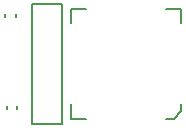
<source format=gto>
G04*
G04 #@! TF.GenerationSoftware,Altium Limited,Altium Designer,22.0.2 (36)*
G04*
G04 Layer_Color=65535*
%FSLAX25Y25*%
%MOIN*%
G70*
G04*
G04 #@! TF.SameCoordinates,765FD517-A851-424C-B14A-FD8E0EA29084*
G04*
G04*
G04 #@! TF.FilePolarity,Positive*
G04*
G01*
G75*
%ADD10C,0.00787*%
%ADD11C,0.00500*%
D10*
X226693Y413307D02*
X231555D01*
X226693Y408445D02*
Y413307D01*
X258445D02*
X263307D01*
Y408445D02*
Y413307D01*
X226693Y376693D02*
X231555D01*
X226693D02*
Y381555D01*
X260876Y376693D02*
X263307Y379124D01*
X258445Y376693D02*
X260876D01*
X263307Y379124D02*
Y381555D01*
X213500Y375000D02*
X223500D01*
X213500D02*
Y415000D01*
X223500Y375000D02*
Y415000D01*
X213500D02*
X223500D01*
D11*
X208772Y380067D02*
Y380933D01*
X205228Y380067D02*
Y380933D01*
X204728Y410567D02*
Y411433D01*
X208272Y410567D02*
Y411433D01*
M02*

</source>
